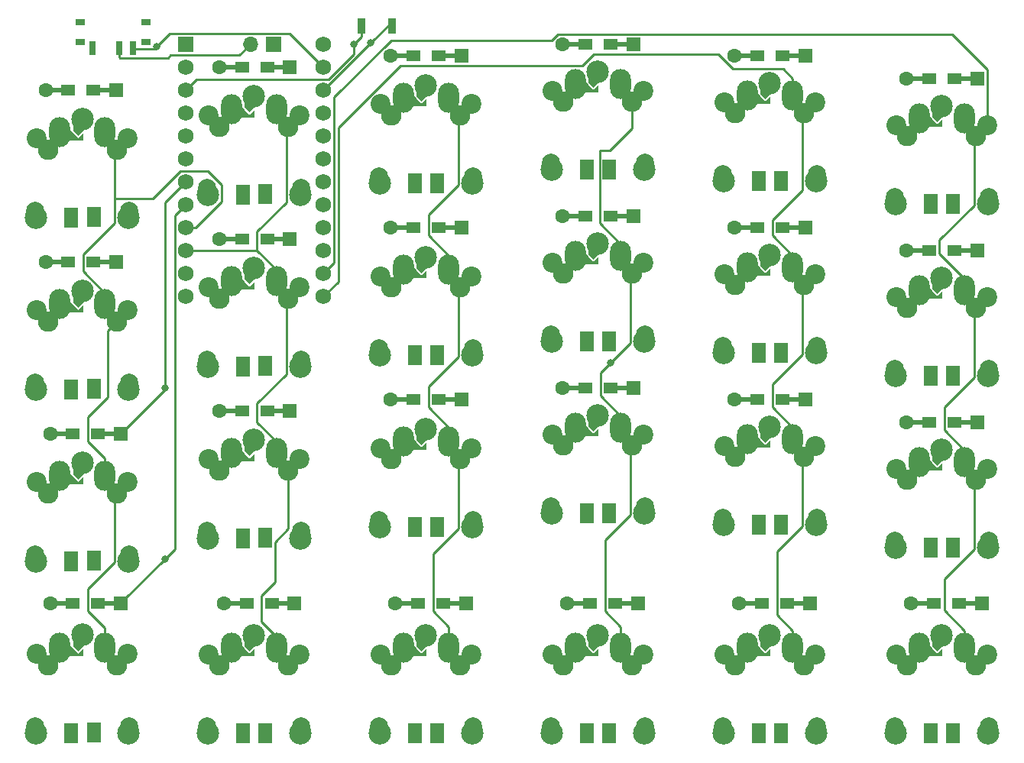
<source format=gbr>
G04 #@! TF.GenerationSoftware,KiCad,Pcbnew,5.1.9*
G04 #@! TF.CreationDate,2021-01-09T23:33:15-06:00*
G04 #@! TF.ProjectId,halfboard,68616c66-626f-4617-9264-2e6b69636164,rev?*
G04 #@! TF.SameCoordinates,Original*
G04 #@! TF.FileFunction,Copper,L2,Bot*
G04 #@! TF.FilePolarity,Positive*
%FSLAX46Y46*%
G04 Gerber Fmt 4.6, Leading zero omitted, Abs format (unit mm)*
G04 Created by KiCad (PCBNEW 5.1.9) date 2021-01-09 23:33:15*
%MOMM*%
%LPD*%
G01*
G04 APERTURE LIST*
G04 #@! TA.AperFunction,EtchedComponent*
%ADD10C,0.100000*%
G04 #@! TD*
G04 #@! TA.AperFunction,ComponentPad*
%ADD11C,2.000000*%
G04 #@! TD*
G04 #@! TA.AperFunction,ComponentPad*
%ADD12R,1.500000X2.300000*%
G04 #@! TD*
G04 #@! TA.AperFunction,ComponentPad*
%ADD13O,2.300000X3.337000*%
G04 #@! TD*
G04 #@! TA.AperFunction,ComponentPad*
%ADD14C,2.286000*%
G04 #@! TD*
G04 #@! TA.AperFunction,ComponentPad*
%ADD15C,2.500000*%
G04 #@! TD*
G04 #@! TA.AperFunction,ComponentPad*
%ADD16C,2.200000*%
G04 #@! TD*
G04 #@! TA.AperFunction,ComponentPad*
%ADD17R,1.752600X1.752600*%
G04 #@! TD*
G04 #@! TA.AperFunction,ComponentPad*
%ADD18C,1.752600*%
G04 #@! TD*
G04 #@! TA.AperFunction,ComponentPad*
%ADD19O,1.700000X1.700000*%
G04 #@! TD*
G04 #@! TA.AperFunction,ComponentPad*
%ADD20R,1.700000X1.700000*%
G04 #@! TD*
G04 #@! TA.AperFunction,SMDPad,CuDef*
%ADD21R,0.700000X1.500000*%
G04 #@! TD*
G04 #@! TA.AperFunction,SMDPad,CuDef*
%ADD22R,1.000000X0.800000*%
G04 #@! TD*
G04 #@! TA.AperFunction,SMDPad,CuDef*
%ADD23R,0.900000X1.700000*%
G04 #@! TD*
G04 #@! TA.AperFunction,ComponentPad*
%ADD24R,1.600000X1.600000*%
G04 #@! TD*
G04 #@! TA.AperFunction,ComponentPad*
%ADD25C,1.600000*%
G04 #@! TD*
G04 #@! TA.AperFunction,SMDPad,CuDef*
%ADD26R,2.900000X0.500000*%
G04 #@! TD*
G04 #@! TA.AperFunction,SMDPad,CuDef*
%ADD27R,1.600000X1.200000*%
G04 #@! TD*
G04 #@! TA.AperFunction,ViaPad*
%ADD28C,0.800000*%
G04 #@! TD*
G04 #@! TA.AperFunction,Conductor*
%ADD29C,0.250000*%
G04 #@! TD*
G04 APERTURE END LIST*
D10*
G04 #@! TO.C,REF\u002A\u002A*
G36*
X46565800Y-57815480D02*
G01*
X48674000Y-59923680D01*
X49182000Y-59415680D01*
X49182000Y-60121800D01*
X46565800Y-60121800D01*
X46565800Y-57815480D01*
G37*
X46565800Y-57815480D02*
X48674000Y-59923680D01*
X49182000Y-59415680D01*
X49182000Y-60121800D01*
X46565800Y-60121800D01*
X46565800Y-57815480D01*
G36*
X49588400Y-58267600D02*
G01*
X49182000Y-58674000D01*
X49182000Y-59055000D01*
X48674000Y-59563000D01*
X48166000Y-59055000D01*
X48166000Y-58039000D01*
X48470800Y-57734200D01*
X49588400Y-57734200D01*
X49588400Y-58267600D01*
G37*
X49588400Y-58267600D02*
X49182000Y-58674000D01*
X49182000Y-59055000D01*
X48674000Y-59563000D01*
X48166000Y-59055000D01*
X48166000Y-58039000D01*
X48470800Y-57734200D01*
X49588400Y-57734200D01*
X49588400Y-58267600D01*
G04 #@! TO.C, *
G36*
X141814103Y-56321210D02*
G01*
X143922303Y-58429410D01*
X144430303Y-57921410D01*
X144430303Y-58627530D01*
X141814103Y-58627530D01*
X141814103Y-56321210D01*
G37*
X141814103Y-56321210D02*
X143922303Y-58429410D01*
X144430303Y-57921410D01*
X144430303Y-58627530D01*
X141814103Y-58627530D01*
X141814103Y-56321210D01*
G36*
X144836703Y-56773330D02*
G01*
X144430303Y-57179730D01*
X144430303Y-57560730D01*
X143922303Y-58068730D01*
X143414303Y-57560730D01*
X143414303Y-56544730D01*
X143719103Y-56239930D01*
X144836703Y-56239930D01*
X144836703Y-56773330D01*
G37*
X144836703Y-56773330D02*
X144430303Y-57179730D01*
X144430303Y-57560730D01*
X143922303Y-58068730D01*
X143414303Y-57560730D01*
X143414303Y-56544730D01*
X143719103Y-56239930D01*
X144836703Y-56239930D01*
X144836703Y-56773330D01*
G36*
X141814103Y-75371210D02*
G01*
X143922303Y-77479410D01*
X144430303Y-76971410D01*
X144430303Y-77677530D01*
X141814103Y-77677530D01*
X141814103Y-75371210D01*
G37*
X141814103Y-75371210D02*
X143922303Y-77479410D01*
X144430303Y-76971410D01*
X144430303Y-77677530D01*
X141814103Y-77677530D01*
X141814103Y-75371210D01*
G36*
X144836703Y-75823330D02*
G01*
X144430303Y-76229730D01*
X144430303Y-76610730D01*
X143922303Y-77118730D01*
X143414303Y-76610730D01*
X143414303Y-75594730D01*
X143719103Y-75289930D01*
X144836703Y-75289930D01*
X144836703Y-75823330D01*
G37*
X144836703Y-75823330D02*
X144430303Y-76229730D01*
X144430303Y-76610730D01*
X143922303Y-77118730D01*
X143414303Y-76610730D01*
X143414303Y-75594730D01*
X143719103Y-75289930D01*
X144836703Y-75289930D01*
X144836703Y-75823330D01*
G36*
X141814103Y-94421210D02*
G01*
X143922303Y-96529410D01*
X144430303Y-96021410D01*
X144430303Y-96727530D01*
X141814103Y-96727530D01*
X141814103Y-94421210D01*
G37*
X141814103Y-94421210D02*
X143922303Y-96529410D01*
X144430303Y-96021410D01*
X144430303Y-96727530D01*
X141814103Y-96727530D01*
X141814103Y-94421210D01*
G36*
X144836703Y-94873330D02*
G01*
X144430303Y-95279730D01*
X144430303Y-95660730D01*
X143922303Y-96168730D01*
X143414303Y-95660730D01*
X143414303Y-94644730D01*
X143719103Y-94339930D01*
X144836703Y-94339930D01*
X144836703Y-94873330D01*
G37*
X144836703Y-94873330D02*
X144430303Y-95279730D01*
X144430303Y-95660730D01*
X143922303Y-96168730D01*
X143414303Y-95660730D01*
X143414303Y-94644730D01*
X143719103Y-94339930D01*
X144836703Y-94339930D01*
X144836703Y-94873330D01*
G36*
X141814103Y-114995210D02*
G01*
X143922303Y-117103410D01*
X144430303Y-116595410D01*
X144430303Y-117301530D01*
X141814103Y-117301530D01*
X141814103Y-114995210D01*
G37*
X141814103Y-114995210D02*
X143922303Y-117103410D01*
X144430303Y-116595410D01*
X144430303Y-117301530D01*
X141814103Y-117301530D01*
X141814103Y-114995210D01*
G36*
X144836703Y-115447330D02*
G01*
X144430303Y-115853730D01*
X144430303Y-116234730D01*
X143922303Y-116742730D01*
X143414303Y-116234730D01*
X143414303Y-115218730D01*
X143719103Y-114913930D01*
X144836703Y-114913930D01*
X144836703Y-115447330D01*
G37*
X144836703Y-115447330D02*
X144430303Y-115853730D01*
X144430303Y-116234730D01*
X143922303Y-116742730D01*
X143414303Y-116234730D01*
X143414303Y-115218730D01*
X143719103Y-114913930D01*
X144836703Y-114913930D01*
X144836703Y-115447330D01*
G36*
X122764103Y-114995210D02*
G01*
X124872303Y-117103410D01*
X125380303Y-116595410D01*
X125380303Y-117301530D01*
X122764103Y-117301530D01*
X122764103Y-114995210D01*
G37*
X122764103Y-114995210D02*
X124872303Y-117103410D01*
X125380303Y-116595410D01*
X125380303Y-117301530D01*
X122764103Y-117301530D01*
X122764103Y-114995210D01*
G36*
X125786703Y-115447330D02*
G01*
X125380303Y-115853730D01*
X125380303Y-116234730D01*
X124872303Y-116742730D01*
X124364303Y-116234730D01*
X124364303Y-115218730D01*
X124669103Y-114913930D01*
X125786703Y-114913930D01*
X125786703Y-115447330D01*
G37*
X125786703Y-115447330D02*
X125380303Y-115853730D01*
X125380303Y-116234730D01*
X124872303Y-116742730D01*
X124364303Y-116234730D01*
X124364303Y-115218730D01*
X124669103Y-114913930D01*
X125786703Y-114913930D01*
X125786703Y-115447330D01*
G36*
X103714103Y-114995210D02*
G01*
X105822303Y-117103410D01*
X106330303Y-116595410D01*
X106330303Y-117301530D01*
X103714103Y-117301530D01*
X103714103Y-114995210D01*
G37*
X103714103Y-114995210D02*
X105822303Y-117103410D01*
X106330303Y-116595410D01*
X106330303Y-117301530D01*
X103714103Y-117301530D01*
X103714103Y-114995210D01*
G36*
X106736703Y-115447330D02*
G01*
X106330303Y-115853730D01*
X106330303Y-116234730D01*
X105822303Y-116742730D01*
X105314303Y-116234730D01*
X105314303Y-115218730D01*
X105619103Y-114913930D01*
X106736703Y-114913930D01*
X106736703Y-115447330D01*
G37*
X106736703Y-115447330D02*
X106330303Y-115853730D01*
X106330303Y-116234730D01*
X105822303Y-116742730D01*
X105314303Y-116234730D01*
X105314303Y-115218730D01*
X105619103Y-114913930D01*
X106736703Y-114913930D01*
X106736703Y-115447330D01*
G36*
X84664103Y-114995210D02*
G01*
X86772303Y-117103410D01*
X87280303Y-116595410D01*
X87280303Y-117301530D01*
X84664103Y-117301530D01*
X84664103Y-114995210D01*
G37*
X84664103Y-114995210D02*
X86772303Y-117103410D01*
X87280303Y-116595410D01*
X87280303Y-117301530D01*
X84664103Y-117301530D01*
X84664103Y-114995210D01*
G36*
X87686703Y-115447330D02*
G01*
X87280303Y-115853730D01*
X87280303Y-116234730D01*
X86772303Y-116742730D01*
X86264303Y-116234730D01*
X86264303Y-115218730D01*
X86569103Y-114913930D01*
X87686703Y-114913930D01*
X87686703Y-115447330D01*
G37*
X87686703Y-115447330D02*
X87280303Y-115853730D01*
X87280303Y-116234730D01*
X86772303Y-116742730D01*
X86264303Y-116234730D01*
X86264303Y-115218730D01*
X86569103Y-114913930D01*
X87686703Y-114913930D01*
X87686703Y-115447330D01*
G36*
X122764103Y-91881210D02*
G01*
X124872303Y-93989410D01*
X125380303Y-93481410D01*
X125380303Y-94187530D01*
X122764103Y-94187530D01*
X122764103Y-91881210D01*
G37*
X122764103Y-91881210D02*
X124872303Y-93989410D01*
X125380303Y-93481410D01*
X125380303Y-94187530D01*
X122764103Y-94187530D01*
X122764103Y-91881210D01*
G36*
X125786703Y-92333330D02*
G01*
X125380303Y-92739730D01*
X125380303Y-93120730D01*
X124872303Y-93628730D01*
X124364303Y-93120730D01*
X124364303Y-92104730D01*
X124669103Y-91799930D01*
X125786703Y-91799930D01*
X125786703Y-92333330D01*
G37*
X125786703Y-92333330D02*
X125380303Y-92739730D01*
X125380303Y-93120730D01*
X124872303Y-93628730D01*
X124364303Y-93120730D01*
X124364303Y-92104730D01*
X124669103Y-91799930D01*
X125786703Y-91799930D01*
X125786703Y-92333330D01*
G36*
X122764103Y-72831210D02*
G01*
X124872303Y-74939410D01*
X125380303Y-74431410D01*
X125380303Y-75137530D01*
X122764103Y-75137530D01*
X122764103Y-72831210D01*
G37*
X122764103Y-72831210D02*
X124872303Y-74939410D01*
X125380303Y-74431410D01*
X125380303Y-75137530D01*
X122764103Y-75137530D01*
X122764103Y-72831210D01*
G36*
X125786703Y-73283330D02*
G01*
X125380303Y-73689730D01*
X125380303Y-74070730D01*
X124872303Y-74578730D01*
X124364303Y-74070730D01*
X124364303Y-73054730D01*
X124669103Y-72749930D01*
X125786703Y-72749930D01*
X125786703Y-73283330D01*
G37*
X125786703Y-73283330D02*
X125380303Y-73689730D01*
X125380303Y-74070730D01*
X124872303Y-74578730D01*
X124364303Y-74070730D01*
X124364303Y-73054730D01*
X124669103Y-72749930D01*
X125786703Y-72749930D01*
X125786703Y-73283330D01*
G36*
X122764103Y-53781210D02*
G01*
X124872303Y-55889410D01*
X125380303Y-55381410D01*
X125380303Y-56087530D01*
X122764103Y-56087530D01*
X122764103Y-53781210D01*
G37*
X122764103Y-53781210D02*
X124872303Y-55889410D01*
X125380303Y-55381410D01*
X125380303Y-56087530D01*
X122764103Y-56087530D01*
X122764103Y-53781210D01*
G36*
X125786703Y-54233330D02*
G01*
X125380303Y-54639730D01*
X125380303Y-55020730D01*
X124872303Y-55528730D01*
X124364303Y-55020730D01*
X124364303Y-54004730D01*
X124669103Y-53699930D01*
X125786703Y-53699930D01*
X125786703Y-54233330D01*
G37*
X125786703Y-54233330D02*
X125380303Y-54639730D01*
X125380303Y-55020730D01*
X124872303Y-55528730D01*
X124364303Y-55020730D01*
X124364303Y-54004730D01*
X124669103Y-53699930D01*
X125786703Y-53699930D01*
X125786703Y-54233330D01*
G36*
X103714103Y-52511210D02*
G01*
X105822303Y-54619410D01*
X106330303Y-54111410D01*
X106330303Y-54817530D01*
X103714103Y-54817530D01*
X103714103Y-52511210D01*
G37*
X103714103Y-52511210D02*
X105822303Y-54619410D01*
X106330303Y-54111410D01*
X106330303Y-54817530D01*
X103714103Y-54817530D01*
X103714103Y-52511210D01*
G36*
X106736703Y-52963330D02*
G01*
X106330303Y-53369730D01*
X106330303Y-53750730D01*
X105822303Y-54258730D01*
X105314303Y-53750730D01*
X105314303Y-52734730D01*
X105619103Y-52429930D01*
X106736703Y-52429930D01*
X106736703Y-52963330D01*
G37*
X106736703Y-52963330D02*
X106330303Y-53369730D01*
X106330303Y-53750730D01*
X105822303Y-54258730D01*
X105314303Y-53750730D01*
X105314303Y-52734730D01*
X105619103Y-52429930D01*
X106736703Y-52429930D01*
X106736703Y-52963330D01*
G36*
X103714103Y-71561210D02*
G01*
X105822303Y-73669410D01*
X106330303Y-73161410D01*
X106330303Y-73867530D01*
X103714103Y-73867530D01*
X103714103Y-71561210D01*
G37*
X103714103Y-71561210D02*
X105822303Y-73669410D01*
X106330303Y-73161410D01*
X106330303Y-73867530D01*
X103714103Y-73867530D01*
X103714103Y-71561210D01*
G36*
X106736703Y-72013330D02*
G01*
X106330303Y-72419730D01*
X106330303Y-72800730D01*
X105822303Y-73308730D01*
X105314303Y-72800730D01*
X105314303Y-71784730D01*
X105619103Y-71479930D01*
X106736703Y-71479930D01*
X106736703Y-72013330D01*
G37*
X106736703Y-72013330D02*
X106330303Y-72419730D01*
X106330303Y-72800730D01*
X105822303Y-73308730D01*
X105314303Y-72800730D01*
X105314303Y-71784730D01*
X105619103Y-71479930D01*
X106736703Y-71479930D01*
X106736703Y-72013330D01*
G36*
X103714103Y-90611210D02*
G01*
X105822303Y-92719410D01*
X106330303Y-92211410D01*
X106330303Y-92917530D01*
X103714103Y-92917530D01*
X103714103Y-90611210D01*
G37*
X103714103Y-90611210D02*
X105822303Y-92719410D01*
X106330303Y-92211410D01*
X106330303Y-92917530D01*
X103714103Y-92917530D01*
X103714103Y-90611210D01*
G36*
X106736703Y-91063330D02*
G01*
X106330303Y-91469730D01*
X106330303Y-91850730D01*
X105822303Y-92358730D01*
X105314303Y-91850730D01*
X105314303Y-90834730D01*
X105619103Y-90529930D01*
X106736703Y-90529930D01*
X106736703Y-91063330D01*
G37*
X106736703Y-91063330D02*
X106330303Y-91469730D01*
X106330303Y-91850730D01*
X105822303Y-92358730D01*
X105314303Y-91850730D01*
X105314303Y-90834730D01*
X105619103Y-90529930D01*
X106736703Y-90529930D01*
X106736703Y-91063330D01*
G36*
X84664103Y-92135210D02*
G01*
X86772303Y-94243410D01*
X87280303Y-93735410D01*
X87280303Y-94441530D01*
X84664103Y-94441530D01*
X84664103Y-92135210D01*
G37*
X84664103Y-92135210D02*
X86772303Y-94243410D01*
X87280303Y-93735410D01*
X87280303Y-94441530D01*
X84664103Y-94441530D01*
X84664103Y-92135210D01*
G36*
X87686703Y-92587330D02*
G01*
X87280303Y-92993730D01*
X87280303Y-93374730D01*
X86772303Y-93882730D01*
X86264303Y-93374730D01*
X86264303Y-92358730D01*
X86569103Y-92053930D01*
X87686703Y-92053930D01*
X87686703Y-92587330D01*
G37*
X87686703Y-92587330D02*
X87280303Y-92993730D01*
X87280303Y-93374730D01*
X86772303Y-93882730D01*
X86264303Y-93374730D01*
X86264303Y-92358730D01*
X86569103Y-92053930D01*
X87686703Y-92053930D01*
X87686703Y-92587330D01*
G36*
X84664103Y-73085210D02*
G01*
X86772303Y-75193410D01*
X87280303Y-74685410D01*
X87280303Y-75391530D01*
X84664103Y-75391530D01*
X84664103Y-73085210D01*
G37*
X84664103Y-73085210D02*
X86772303Y-75193410D01*
X87280303Y-74685410D01*
X87280303Y-75391530D01*
X84664103Y-75391530D01*
X84664103Y-73085210D01*
G36*
X87686703Y-73537330D02*
G01*
X87280303Y-73943730D01*
X87280303Y-74324730D01*
X86772303Y-74832730D01*
X86264303Y-74324730D01*
X86264303Y-73308730D01*
X86569103Y-73003930D01*
X87686703Y-73003930D01*
X87686703Y-73537330D01*
G37*
X87686703Y-73537330D02*
X87280303Y-73943730D01*
X87280303Y-74324730D01*
X86772303Y-74832730D01*
X86264303Y-74324730D01*
X86264303Y-73308730D01*
X86569103Y-73003930D01*
X87686703Y-73003930D01*
X87686703Y-73537330D01*
G36*
X84664103Y-54031210D02*
G01*
X86772303Y-56139410D01*
X87280303Y-55631410D01*
X87280303Y-56337530D01*
X84664103Y-56337530D01*
X84664103Y-54031210D01*
G37*
X84664103Y-54031210D02*
X86772303Y-56139410D01*
X87280303Y-55631410D01*
X87280303Y-56337530D01*
X84664103Y-56337530D01*
X84664103Y-54031210D01*
G36*
X87686703Y-54483330D02*
G01*
X87280303Y-54889730D01*
X87280303Y-55270730D01*
X86772303Y-55778730D01*
X86264303Y-55270730D01*
X86264303Y-54254730D01*
X86569103Y-53949930D01*
X87686703Y-53949930D01*
X87686703Y-54483330D01*
G37*
X87686703Y-54483330D02*
X87280303Y-54889730D01*
X87280303Y-55270730D01*
X86772303Y-55778730D01*
X86264303Y-55270730D01*
X86264303Y-54254730D01*
X86569103Y-53949930D01*
X87686703Y-53949930D01*
X87686703Y-54483330D01*
G36*
X65611031Y-55265210D02*
G01*
X67719231Y-57373410D01*
X68227231Y-56865410D01*
X68227231Y-57571530D01*
X65611031Y-57571530D01*
X65611031Y-55265210D01*
G37*
X65611031Y-55265210D02*
X67719231Y-57373410D01*
X68227231Y-56865410D01*
X68227231Y-57571530D01*
X65611031Y-57571530D01*
X65611031Y-55265210D01*
G36*
X68633631Y-55717330D02*
G01*
X68227231Y-56123730D01*
X68227231Y-56504730D01*
X67719231Y-57012730D01*
X67211231Y-56504730D01*
X67211231Y-55488730D01*
X67516031Y-55183930D01*
X68633631Y-55183930D01*
X68633631Y-55717330D01*
G37*
X68633631Y-55717330D02*
X68227231Y-56123730D01*
X68227231Y-56504730D01*
X67719231Y-57012730D01*
X67211231Y-56504730D01*
X67211231Y-55488730D01*
X67516031Y-55183930D01*
X68633631Y-55183930D01*
X68633631Y-55717330D01*
G36*
X65611031Y-74313309D02*
G01*
X67719231Y-76421509D01*
X68227231Y-75913509D01*
X68227231Y-76619629D01*
X65611031Y-76619629D01*
X65611031Y-74313309D01*
G37*
X65611031Y-74313309D02*
X67719231Y-76421509D01*
X68227231Y-75913509D01*
X68227231Y-76619629D01*
X65611031Y-76619629D01*
X65611031Y-74313309D01*
G36*
X68633631Y-74765429D02*
G01*
X68227231Y-75171829D01*
X68227231Y-75552829D01*
X67719231Y-76060829D01*
X67211231Y-75552829D01*
X67211231Y-74536829D01*
X67516031Y-74232029D01*
X68633631Y-74232029D01*
X68633631Y-74765429D01*
G37*
X68633631Y-74765429D02*
X68227231Y-75171829D01*
X68227231Y-75552829D01*
X67719231Y-76060829D01*
X67211231Y-75552829D01*
X67211231Y-74536829D01*
X67516031Y-74232029D01*
X68633631Y-74232029D01*
X68633631Y-74765429D01*
G36*
X65611031Y-93361710D02*
G01*
X67719231Y-95469910D01*
X68227231Y-94961910D01*
X68227231Y-95668030D01*
X65611031Y-95668030D01*
X65611031Y-93361710D01*
G37*
X65611031Y-93361710D02*
X67719231Y-95469910D01*
X68227231Y-94961910D01*
X68227231Y-95668030D01*
X65611031Y-95668030D01*
X65611031Y-93361710D01*
G36*
X68633631Y-93813830D02*
G01*
X68227231Y-94220230D01*
X68227231Y-94601230D01*
X67719231Y-95109230D01*
X67211231Y-94601230D01*
X67211231Y-93585230D01*
X67516031Y-93280430D01*
X68633631Y-93280430D01*
X68633631Y-93813830D01*
G37*
X68633631Y-93813830D02*
X68227231Y-94220230D01*
X68227231Y-94601230D01*
X67719231Y-95109230D01*
X67211231Y-94601230D01*
X67211231Y-93585230D01*
X67516031Y-93280430D01*
X68633631Y-93280430D01*
X68633631Y-93813830D01*
G36*
X65611031Y-114995210D02*
G01*
X67719231Y-117103410D01*
X68227231Y-116595410D01*
X68227231Y-117301530D01*
X65611031Y-117301530D01*
X65611031Y-114995210D01*
G37*
X65611031Y-114995210D02*
X67719231Y-117103410D01*
X68227231Y-116595410D01*
X68227231Y-117301530D01*
X65611031Y-117301530D01*
X65611031Y-114995210D01*
G36*
X68633631Y-115447330D02*
G01*
X68227231Y-115853730D01*
X68227231Y-116234730D01*
X67719231Y-116742730D01*
X67211231Y-116234730D01*
X67211231Y-115218730D01*
X67516031Y-114913930D01*
X68633631Y-114913930D01*
X68633631Y-115447330D01*
G37*
X68633631Y-115447330D02*
X68227231Y-115853730D01*
X68227231Y-116234730D01*
X67719231Y-116742730D01*
X67211231Y-116234730D01*
X67211231Y-115218730D01*
X67516031Y-114913930D01*
X68633631Y-114913930D01*
X68633631Y-115447330D01*
G36*
X46565800Y-114965480D02*
G01*
X48674000Y-117073680D01*
X49182000Y-116565680D01*
X49182000Y-117271800D01*
X46565800Y-117271800D01*
X46565800Y-114965480D01*
G37*
X46565800Y-114965480D02*
X48674000Y-117073680D01*
X49182000Y-116565680D01*
X49182000Y-117271800D01*
X46565800Y-117271800D01*
X46565800Y-114965480D01*
G36*
X49588400Y-115417600D02*
G01*
X49182000Y-115824000D01*
X49182000Y-116205000D01*
X48674000Y-116713000D01*
X48166000Y-116205000D01*
X48166000Y-115189000D01*
X48470800Y-114884200D01*
X49588400Y-114884200D01*
X49588400Y-115417600D01*
G37*
X49588400Y-115417600D02*
X49182000Y-115824000D01*
X49182000Y-116205000D01*
X48674000Y-116713000D01*
X48166000Y-116205000D01*
X48166000Y-115189000D01*
X48470800Y-114884200D01*
X49588400Y-114884200D01*
X49588400Y-115417600D01*
G36*
X46565800Y-95915480D02*
G01*
X48674000Y-98023680D01*
X49182000Y-97515680D01*
X49182000Y-98221800D01*
X46565800Y-98221800D01*
X46565800Y-95915480D01*
G37*
X46565800Y-95915480D02*
X48674000Y-98023680D01*
X49182000Y-97515680D01*
X49182000Y-98221800D01*
X46565800Y-98221800D01*
X46565800Y-95915480D01*
G36*
X49588400Y-96367600D02*
G01*
X49182000Y-96774000D01*
X49182000Y-97155000D01*
X48674000Y-97663000D01*
X48166000Y-97155000D01*
X48166000Y-96139000D01*
X48470800Y-95834200D01*
X49588400Y-95834200D01*
X49588400Y-96367600D01*
G37*
X49588400Y-96367600D02*
X49182000Y-96774000D01*
X49182000Y-97155000D01*
X48674000Y-97663000D01*
X48166000Y-97155000D01*
X48166000Y-96139000D01*
X48470800Y-95834200D01*
X49588400Y-95834200D01*
X49588400Y-96367600D01*
G36*
X46565800Y-76865480D02*
G01*
X48674000Y-78973680D01*
X49182000Y-78465680D01*
X49182000Y-79171800D01*
X46565800Y-79171800D01*
X46565800Y-76865480D01*
G37*
X46565800Y-76865480D02*
X48674000Y-78973680D01*
X49182000Y-78465680D01*
X49182000Y-79171800D01*
X46565800Y-79171800D01*
X46565800Y-76865480D01*
G36*
X49588400Y-77317600D02*
G01*
X49182000Y-77724000D01*
X49182000Y-78105000D01*
X48674000Y-78613000D01*
X48166000Y-78105000D01*
X48166000Y-77089000D01*
X48470800Y-76784200D01*
X49588400Y-76784200D01*
X49588400Y-77317600D01*
G37*
X49588400Y-77317600D02*
X49182000Y-77724000D01*
X49182000Y-78105000D01*
X48674000Y-78613000D01*
X48166000Y-78105000D01*
X48166000Y-77089000D01*
X48470800Y-76784200D01*
X49588400Y-76784200D01*
X49588400Y-77317600D01*
G04 #@! TD*
D11*
G04 #@! TO.P,REF\u002A\u002A,*
G04 #@! TO.N,*
X54402000Y-67954000D03*
X43962000Y-67954000D03*
D12*
G04 #@! TO.P,REF\u002A\u002A,4*
G04 #@! TO.N,N/C*
X50452000Y-68684000D03*
G04 #@! TO.P,REF\u002A\u002A,3*
X47952000Y-68734000D03*
D13*
G04 #@! TO.P,REF\u002A\u002A,1*
G04 #@! TO.N,col0*
X51702000Y-59254000D03*
G04 #@! TO.P,REF\u002A\u002A,2*
G04 #@! TO.N,col0_row0*
X46662000Y-59254000D03*
D14*
G04 #@! TO.P,REF\u002A\u002A,1*
G04 #@! TO.N,col0*
X52992000Y-61214000D03*
G04 #@! TO.P,REF\u002A\u002A,2*
G04 #@! TO.N,col0_row0*
X45372000Y-61214000D03*
D15*
G04 #@! TO.P,REF\u002A\u002A,*
G04 #@! TO.N,*
X54332000Y-68754000D03*
D16*
G04 #@! TO.P,REF\u002A\u002A,2*
G04 #@! TO.N,col0_row0*
X44182000Y-59954000D03*
D15*
G04 #@! TO.P,REF\u002A\u002A,*
G04 #@! TO.N,*
X44032000Y-68754000D03*
G04 #@! TO.P,REF\u002A\u002A,5*
G04 #@! TO.N,N/C*
X49182000Y-57854000D03*
D16*
G04 #@! TO.P,REF\u002A\u002A,1*
G04 #@! TO.N,col0*
X54182000Y-59954000D03*
G04 #@! TD*
D11*
G04 #@! TO.P, ,*
G04 #@! TO.N,*
X149650303Y-66459730D03*
X139210303Y-66459730D03*
D12*
G04 #@! TO.P, ,4*
G04 #@! TO.N,N/C*
X145700303Y-67189730D03*
G04 #@! TO.P, ,3*
X143200303Y-67239730D03*
D13*
G04 #@! TO.P, ,1*
G04 #@! TO.N,col5*
X146950303Y-57759730D03*
G04 #@! TO.P, ,2*
G04 #@! TO.N,col5_row0*
X141910303Y-57759730D03*
D14*
G04 #@! TO.P, ,1*
G04 #@! TO.N,col5*
X148240303Y-59719730D03*
G04 #@! TO.P, ,2*
G04 #@! TO.N,col5_row0*
X140620303Y-59719730D03*
D15*
G04 #@! TO.P, ,*
G04 #@! TO.N,*
X149580303Y-67259730D03*
D16*
G04 #@! TO.P, ,2*
G04 #@! TO.N,col5_row0*
X139430303Y-58459730D03*
D15*
G04 #@! TO.P, ,*
G04 #@! TO.N,*
X139280303Y-67259730D03*
G04 #@! TO.P, ,5*
G04 #@! TO.N,N/C*
X144430303Y-56359730D03*
D16*
G04 #@! TO.P, ,1*
G04 #@! TO.N,col5*
X149430303Y-58459730D03*
G04 #@! TD*
D11*
G04 #@! TO.P, ,*
G04 #@! TO.N,*
X149650303Y-85509730D03*
X139210303Y-85509730D03*
D12*
G04 #@! TO.P, ,4*
G04 #@! TO.N,N/C*
X145700303Y-86239730D03*
G04 #@! TO.P, ,3*
X143200303Y-86289730D03*
D13*
G04 #@! TO.P, ,1*
G04 #@! TO.N,col5*
X146950303Y-76809730D03*
G04 #@! TO.P, ,2*
G04 #@! TO.N,col5_row1*
X141910303Y-76809730D03*
D14*
G04 #@! TO.P, ,1*
G04 #@! TO.N,col5*
X148240303Y-78769730D03*
G04 #@! TO.P, ,2*
G04 #@! TO.N,col5_row1*
X140620303Y-78769730D03*
D15*
G04 #@! TO.P, ,*
G04 #@! TO.N,*
X149580303Y-86309730D03*
D16*
G04 #@! TO.P, ,2*
G04 #@! TO.N,col5_row1*
X139430303Y-77509730D03*
D15*
G04 #@! TO.P, ,*
G04 #@! TO.N,*
X139280303Y-86309730D03*
G04 #@! TO.P, ,5*
G04 #@! TO.N,N/C*
X144430303Y-75409730D03*
D16*
G04 #@! TO.P, ,1*
G04 #@! TO.N,col5*
X149430303Y-77509730D03*
G04 #@! TD*
D11*
G04 #@! TO.P, ,*
G04 #@! TO.N,*
X149650303Y-104559730D03*
X139210303Y-104559730D03*
D12*
G04 #@! TO.P, ,4*
G04 #@! TO.N,N/C*
X145700303Y-105289730D03*
G04 #@! TO.P, ,3*
X143200303Y-105339730D03*
D13*
G04 #@! TO.P, ,1*
G04 #@! TO.N,col5*
X146950303Y-95859730D03*
G04 #@! TO.P, ,2*
G04 #@! TO.N,col5_row2*
X141910303Y-95859730D03*
D14*
G04 #@! TO.P, ,1*
G04 #@! TO.N,col5*
X148240303Y-97819730D03*
G04 #@! TO.P, ,2*
G04 #@! TO.N,col5_row2*
X140620303Y-97819730D03*
D15*
G04 #@! TO.P, ,*
G04 #@! TO.N,*
X149580303Y-105359730D03*
D16*
G04 #@! TO.P, ,2*
G04 #@! TO.N,col5_row2*
X139430303Y-96559730D03*
D15*
G04 #@! TO.P, ,*
G04 #@! TO.N,*
X139280303Y-105359730D03*
G04 #@! TO.P, ,5*
G04 #@! TO.N,N/C*
X144430303Y-94459730D03*
D16*
G04 #@! TO.P, ,1*
G04 #@! TO.N,col5*
X149430303Y-96559730D03*
G04 #@! TD*
D11*
G04 #@! TO.P, ,*
G04 #@! TO.N,*
X149650303Y-125133730D03*
X139210303Y-125133730D03*
D12*
G04 #@! TO.P, ,4*
G04 #@! TO.N,N/C*
X145700303Y-125863730D03*
G04 #@! TO.P, ,3*
X143200303Y-125913730D03*
D13*
G04 #@! TO.P, ,1*
G04 #@! TO.N,col5*
X146950303Y-116433730D03*
G04 #@! TO.P, ,2*
G04 #@! TO.N,col5_row3*
X141910303Y-116433730D03*
D14*
G04 #@! TO.P, ,1*
G04 #@! TO.N,col5*
X148240303Y-118393730D03*
G04 #@! TO.P, ,2*
G04 #@! TO.N,col5_row3*
X140620303Y-118393730D03*
D15*
G04 #@! TO.P, ,*
G04 #@! TO.N,*
X149580303Y-125933730D03*
D16*
G04 #@! TO.P, ,2*
G04 #@! TO.N,col5_row3*
X139430303Y-117133730D03*
D15*
G04 #@! TO.P, ,*
G04 #@! TO.N,*
X139280303Y-125933730D03*
G04 #@! TO.P, ,5*
G04 #@! TO.N,N/C*
X144430303Y-115033730D03*
D16*
G04 #@! TO.P, ,1*
G04 #@! TO.N,col5*
X149430303Y-117133730D03*
G04 #@! TD*
D11*
G04 #@! TO.P, ,*
G04 #@! TO.N,*
X130600303Y-125133730D03*
X120160303Y-125133730D03*
D12*
G04 #@! TO.P, ,4*
G04 #@! TO.N,N/C*
X126650303Y-125863730D03*
G04 #@! TO.P, ,3*
X124150303Y-125913730D03*
D13*
G04 #@! TO.P, ,1*
G04 #@! TO.N,col4*
X127900303Y-116433730D03*
G04 #@! TO.P, ,2*
G04 #@! TO.N,col4_row3*
X122860303Y-116433730D03*
D14*
G04 #@! TO.P, ,1*
G04 #@! TO.N,col4*
X129190303Y-118393730D03*
G04 #@! TO.P, ,2*
G04 #@! TO.N,col4_row3*
X121570303Y-118393730D03*
D15*
G04 #@! TO.P, ,*
G04 #@! TO.N,*
X130530303Y-125933730D03*
D16*
G04 #@! TO.P, ,2*
G04 #@! TO.N,col4_row3*
X120380303Y-117133730D03*
D15*
G04 #@! TO.P, ,*
G04 #@! TO.N,*
X120230303Y-125933730D03*
G04 #@! TO.P, ,5*
G04 #@! TO.N,N/C*
X125380303Y-115033730D03*
D16*
G04 #@! TO.P, ,1*
G04 #@! TO.N,col4*
X130380303Y-117133730D03*
G04 #@! TD*
D11*
G04 #@! TO.P, ,*
G04 #@! TO.N,*
X111550303Y-125133730D03*
X101110303Y-125133730D03*
D12*
G04 #@! TO.P, ,4*
G04 #@! TO.N,N/C*
X107600303Y-125863730D03*
G04 #@! TO.P, ,3*
X105100303Y-125913730D03*
D13*
G04 #@! TO.P, ,1*
G04 #@! TO.N,col3*
X108850303Y-116433730D03*
G04 #@! TO.P, ,2*
G04 #@! TO.N,col3_row3*
X103810303Y-116433730D03*
D14*
G04 #@! TO.P, ,1*
G04 #@! TO.N,col3*
X110140303Y-118393730D03*
G04 #@! TO.P, ,2*
G04 #@! TO.N,col3_row3*
X102520303Y-118393730D03*
D15*
G04 #@! TO.P, ,*
G04 #@! TO.N,*
X111480303Y-125933730D03*
D16*
G04 #@! TO.P, ,2*
G04 #@! TO.N,col3_row3*
X101330303Y-117133730D03*
D15*
G04 #@! TO.P, ,*
G04 #@! TO.N,*
X101180303Y-125933730D03*
G04 #@! TO.P, ,5*
G04 #@! TO.N,N/C*
X106330303Y-115033730D03*
D16*
G04 #@! TO.P, ,1*
G04 #@! TO.N,col3*
X111330303Y-117133730D03*
G04 #@! TD*
D11*
G04 #@! TO.P, ,*
G04 #@! TO.N,*
X92500303Y-125133730D03*
X82060303Y-125133730D03*
D12*
G04 #@! TO.P, ,4*
G04 #@! TO.N,N/C*
X88550303Y-125863730D03*
G04 #@! TO.P, ,3*
X86050303Y-125913730D03*
D13*
G04 #@! TO.P, ,1*
G04 #@! TO.N,col2*
X89800303Y-116433730D03*
G04 #@! TO.P, ,2*
G04 #@! TO.N,col2_row3*
X84760303Y-116433730D03*
D14*
G04 #@! TO.P, ,1*
G04 #@! TO.N,col2*
X91090303Y-118393730D03*
G04 #@! TO.P, ,2*
G04 #@! TO.N,col2_row3*
X83470303Y-118393730D03*
D15*
G04 #@! TO.P, ,*
G04 #@! TO.N,*
X92430303Y-125933730D03*
D16*
G04 #@! TO.P, ,2*
G04 #@! TO.N,col2_row3*
X82280303Y-117133730D03*
D15*
G04 #@! TO.P, ,*
G04 #@! TO.N,*
X82130303Y-125933730D03*
G04 #@! TO.P, ,5*
G04 #@! TO.N,N/C*
X87280303Y-115033730D03*
D16*
G04 #@! TO.P, ,1*
G04 #@! TO.N,col2*
X92280303Y-117133730D03*
G04 #@! TD*
D11*
G04 #@! TO.P, ,*
G04 #@! TO.N,*
X130600303Y-102019730D03*
X120160303Y-102019730D03*
D12*
G04 #@! TO.P, ,4*
G04 #@! TO.N,N/C*
X126650303Y-102749730D03*
G04 #@! TO.P, ,3*
X124150303Y-102799730D03*
D13*
G04 #@! TO.P, ,1*
G04 #@! TO.N,col4*
X127900303Y-93319730D03*
G04 #@! TO.P, ,2*
G04 #@! TO.N,col4_row2*
X122860303Y-93319730D03*
D14*
G04 #@! TO.P, ,1*
G04 #@! TO.N,col4*
X129190303Y-95279730D03*
G04 #@! TO.P, ,2*
G04 #@! TO.N,col4_row2*
X121570303Y-95279730D03*
D15*
G04 #@! TO.P, ,*
G04 #@! TO.N,*
X130530303Y-102819730D03*
D16*
G04 #@! TO.P, ,2*
G04 #@! TO.N,col4_row2*
X120380303Y-94019730D03*
D15*
G04 #@! TO.P, ,*
G04 #@! TO.N,*
X120230303Y-102819730D03*
G04 #@! TO.P, ,5*
G04 #@! TO.N,N/C*
X125380303Y-91919730D03*
D16*
G04 #@! TO.P, ,1*
G04 #@! TO.N,col4*
X130380303Y-94019730D03*
G04 #@! TD*
D11*
G04 #@! TO.P, ,*
G04 #@! TO.N,*
X130600303Y-82969730D03*
X120160303Y-82969730D03*
D12*
G04 #@! TO.P, ,4*
G04 #@! TO.N,N/C*
X126650303Y-83699730D03*
G04 #@! TO.P, ,3*
X124150303Y-83749730D03*
D13*
G04 #@! TO.P, ,1*
G04 #@! TO.N,col4*
X127900303Y-74269730D03*
G04 #@! TO.P, ,2*
G04 #@! TO.N,col4_row1*
X122860303Y-74269730D03*
D14*
G04 #@! TO.P, ,1*
G04 #@! TO.N,col4*
X129190303Y-76229730D03*
G04 #@! TO.P, ,2*
G04 #@! TO.N,col4_row1*
X121570303Y-76229730D03*
D15*
G04 #@! TO.P, ,*
G04 #@! TO.N,*
X130530303Y-83769730D03*
D16*
G04 #@! TO.P, ,2*
G04 #@! TO.N,col4_row1*
X120380303Y-74969730D03*
D15*
G04 #@! TO.P, ,*
G04 #@! TO.N,*
X120230303Y-83769730D03*
G04 #@! TO.P, ,5*
G04 #@! TO.N,N/C*
X125380303Y-72869730D03*
D16*
G04 #@! TO.P, ,1*
G04 #@! TO.N,col4*
X130380303Y-74969730D03*
G04 #@! TD*
D11*
G04 #@! TO.P, ,*
G04 #@! TO.N,*
X130600303Y-63919730D03*
X120160303Y-63919730D03*
D12*
G04 #@! TO.P, ,4*
G04 #@! TO.N,N/C*
X126650303Y-64649730D03*
G04 #@! TO.P, ,3*
X124150303Y-64699730D03*
D13*
G04 #@! TO.P, ,1*
G04 #@! TO.N,col4*
X127900303Y-55219730D03*
G04 #@! TO.P, ,2*
G04 #@! TO.N,col4_row0*
X122860303Y-55219730D03*
D14*
G04 #@! TO.P, ,1*
G04 #@! TO.N,col4*
X129190303Y-57179730D03*
G04 #@! TO.P, ,2*
G04 #@! TO.N,col4_row0*
X121570303Y-57179730D03*
D15*
G04 #@! TO.P, ,*
G04 #@! TO.N,*
X130530303Y-64719730D03*
D16*
G04 #@! TO.P, ,2*
G04 #@! TO.N,col4_row0*
X120380303Y-55919730D03*
D15*
G04 #@! TO.P, ,*
G04 #@! TO.N,*
X120230303Y-64719730D03*
G04 #@! TO.P, ,5*
G04 #@! TO.N,N/C*
X125380303Y-53819730D03*
D16*
G04 #@! TO.P, ,1*
G04 #@! TO.N,col4*
X130380303Y-55919730D03*
G04 #@! TD*
D11*
G04 #@! TO.P, ,*
G04 #@! TO.N,*
X111550303Y-62649730D03*
X101110303Y-62649730D03*
D12*
G04 #@! TO.P, ,4*
G04 #@! TO.N,N/C*
X107600303Y-63379730D03*
G04 #@! TO.P, ,3*
X105100303Y-63429730D03*
D13*
G04 #@! TO.P, ,1*
G04 #@! TO.N,col3*
X108850303Y-53949730D03*
G04 #@! TO.P, ,2*
G04 #@! TO.N,col3_row0*
X103810303Y-53949730D03*
D14*
G04 #@! TO.P, ,1*
G04 #@! TO.N,col3*
X110140303Y-55909730D03*
G04 #@! TO.P, ,2*
G04 #@! TO.N,col3_row0*
X102520303Y-55909730D03*
D15*
G04 #@! TO.P, ,*
G04 #@! TO.N,*
X111480303Y-63449730D03*
D16*
G04 #@! TO.P, ,2*
G04 #@! TO.N,col3_row0*
X101330303Y-54649730D03*
D15*
G04 #@! TO.P, ,*
G04 #@! TO.N,*
X101180303Y-63449730D03*
G04 #@! TO.P, ,5*
G04 #@! TO.N,N/C*
X106330303Y-52549730D03*
D16*
G04 #@! TO.P, ,1*
G04 #@! TO.N,col3*
X111330303Y-54649730D03*
G04 #@! TD*
D11*
G04 #@! TO.P, ,*
G04 #@! TO.N,*
X111550303Y-81699730D03*
X101110303Y-81699730D03*
D12*
G04 #@! TO.P, ,4*
G04 #@! TO.N,N/C*
X107600303Y-82429730D03*
G04 #@! TO.P, ,3*
X105100303Y-82479730D03*
D13*
G04 #@! TO.P, ,1*
G04 #@! TO.N,col3*
X108850303Y-72999730D03*
G04 #@! TO.P, ,2*
G04 #@! TO.N,col3_row1*
X103810303Y-72999730D03*
D14*
G04 #@! TO.P, ,1*
G04 #@! TO.N,col3*
X110140303Y-74959730D03*
G04 #@! TO.P, ,2*
G04 #@! TO.N,col3_row1*
X102520303Y-74959730D03*
D15*
G04 #@! TO.P, ,*
G04 #@! TO.N,*
X111480303Y-82499730D03*
D16*
G04 #@! TO.P, ,2*
G04 #@! TO.N,col3_row1*
X101330303Y-73699730D03*
D15*
G04 #@! TO.P, ,*
G04 #@! TO.N,*
X101180303Y-82499730D03*
G04 #@! TO.P, ,5*
G04 #@! TO.N,N/C*
X106330303Y-71599730D03*
D16*
G04 #@! TO.P, ,1*
G04 #@! TO.N,col3*
X111330303Y-73699730D03*
G04 #@! TD*
D11*
G04 #@! TO.P, ,*
G04 #@! TO.N,*
X111550303Y-100749730D03*
X101110303Y-100749730D03*
D12*
G04 #@! TO.P, ,4*
G04 #@! TO.N,N/C*
X107600303Y-101479730D03*
G04 #@! TO.P, ,3*
X105100303Y-101529730D03*
D13*
G04 #@! TO.P, ,1*
G04 #@! TO.N,col3*
X108850303Y-92049730D03*
G04 #@! TO.P, ,2*
G04 #@! TO.N,col3_row2*
X103810303Y-92049730D03*
D14*
G04 #@! TO.P, ,1*
G04 #@! TO.N,col3*
X110140303Y-94009730D03*
G04 #@! TO.P, ,2*
G04 #@! TO.N,col3_row2*
X102520303Y-94009730D03*
D15*
G04 #@! TO.P, ,*
G04 #@! TO.N,*
X111480303Y-101549730D03*
D16*
G04 #@! TO.P, ,2*
G04 #@! TO.N,col3_row2*
X101330303Y-92749730D03*
D15*
G04 #@! TO.P, ,*
G04 #@! TO.N,*
X101180303Y-101549730D03*
G04 #@! TO.P, ,5*
G04 #@! TO.N,N/C*
X106330303Y-90649730D03*
D16*
G04 #@! TO.P, ,1*
G04 #@! TO.N,col3*
X111330303Y-92749730D03*
G04 #@! TD*
D11*
G04 #@! TO.P, ,*
G04 #@! TO.N,*
X92500303Y-102273730D03*
X82060303Y-102273730D03*
D12*
G04 #@! TO.P, ,4*
G04 #@! TO.N,N/C*
X88550303Y-103003730D03*
G04 #@! TO.P, ,3*
X86050303Y-103053730D03*
D13*
G04 #@! TO.P, ,1*
G04 #@! TO.N,col2*
X89800303Y-93573730D03*
G04 #@! TO.P, ,2*
G04 #@! TO.N,col2_row2*
X84760303Y-93573730D03*
D14*
G04 #@! TO.P, ,1*
G04 #@! TO.N,col2*
X91090303Y-95533730D03*
G04 #@! TO.P, ,2*
G04 #@! TO.N,col2_row2*
X83470303Y-95533730D03*
D15*
G04 #@! TO.P, ,*
G04 #@! TO.N,*
X92430303Y-103073730D03*
D16*
G04 #@! TO.P, ,2*
G04 #@! TO.N,col2_row2*
X82280303Y-94273730D03*
D15*
G04 #@! TO.P, ,*
G04 #@! TO.N,*
X82130303Y-103073730D03*
G04 #@! TO.P, ,5*
G04 #@! TO.N,N/C*
X87280303Y-92173730D03*
D16*
G04 #@! TO.P, ,1*
G04 #@! TO.N,col2*
X92280303Y-94273730D03*
G04 #@! TD*
D11*
G04 #@! TO.P, ,*
G04 #@! TO.N,*
X92500303Y-83223730D03*
X82060303Y-83223730D03*
D12*
G04 #@! TO.P, ,4*
G04 #@! TO.N,N/C*
X88550303Y-83953730D03*
G04 #@! TO.P, ,3*
X86050303Y-84003730D03*
D13*
G04 #@! TO.P, ,1*
G04 #@! TO.N,col2*
X89800303Y-74523730D03*
G04 #@! TO.P, ,2*
G04 #@! TO.N,col2_row1*
X84760303Y-74523730D03*
D14*
G04 #@! TO.P, ,1*
G04 #@! TO.N,col2*
X91090303Y-76483730D03*
G04 #@! TO.P, ,2*
G04 #@! TO.N,col2_row1*
X83470303Y-76483730D03*
D15*
G04 #@! TO.P, ,*
G04 #@! TO.N,*
X92430303Y-84023730D03*
D16*
G04 #@! TO.P, ,2*
G04 #@! TO.N,col2_row1*
X82280303Y-75223730D03*
D15*
G04 #@! TO.P, ,*
G04 #@! TO.N,*
X82130303Y-84023730D03*
G04 #@! TO.P, ,5*
G04 #@! TO.N,N/C*
X87280303Y-73123730D03*
D16*
G04 #@! TO.P, ,1*
G04 #@! TO.N,col2*
X92280303Y-75223730D03*
G04 #@! TD*
D11*
G04 #@! TO.P, ,*
G04 #@! TO.N,*
X92500303Y-64169730D03*
X82060303Y-64169730D03*
D12*
G04 #@! TO.P, ,4*
G04 #@! TO.N,N/C*
X88550303Y-64899730D03*
G04 #@! TO.P, ,3*
X86050303Y-64949730D03*
D13*
G04 #@! TO.P, ,1*
G04 #@! TO.N,col2*
X89800303Y-55469730D03*
G04 #@! TO.P, ,2*
G04 #@! TO.N,col2_row0*
X84760303Y-55469730D03*
D14*
G04 #@! TO.P, ,1*
G04 #@! TO.N,col2*
X91090303Y-57429730D03*
G04 #@! TO.P, ,2*
G04 #@! TO.N,col2_row0*
X83470303Y-57429730D03*
D15*
G04 #@! TO.P, ,*
G04 #@! TO.N,*
X92430303Y-64969730D03*
D16*
G04 #@! TO.P, ,2*
G04 #@! TO.N,col2_row0*
X82280303Y-56169730D03*
D15*
G04 #@! TO.P, ,*
G04 #@! TO.N,*
X82130303Y-64969730D03*
G04 #@! TO.P, ,5*
G04 #@! TO.N,N/C*
X87280303Y-54069730D03*
D16*
G04 #@! TO.P, ,1*
G04 #@! TO.N,col2*
X92280303Y-56169730D03*
G04 #@! TD*
D11*
G04 #@! TO.P, ,*
G04 #@! TO.N,*
X73447231Y-65403730D03*
X63007231Y-65403730D03*
D12*
G04 #@! TO.P, ,4*
G04 #@! TO.N,N/C*
X69497231Y-66133730D03*
G04 #@! TO.P, ,3*
X66997231Y-66183730D03*
D13*
G04 #@! TO.P, ,1*
G04 #@! TO.N,col1*
X70747231Y-56703730D03*
G04 #@! TO.P, ,2*
G04 #@! TO.N,col1_row0*
X65707231Y-56703730D03*
D14*
G04 #@! TO.P, ,1*
G04 #@! TO.N,col1*
X72037231Y-58663730D03*
G04 #@! TO.P, ,2*
G04 #@! TO.N,col1_row0*
X64417231Y-58663730D03*
D15*
G04 #@! TO.P, ,*
G04 #@! TO.N,*
X73377231Y-66203730D03*
D16*
G04 #@! TO.P, ,2*
G04 #@! TO.N,col1_row0*
X63227231Y-57403730D03*
D15*
G04 #@! TO.P, ,*
G04 #@! TO.N,*
X63077231Y-66203730D03*
G04 #@! TO.P, ,5*
G04 #@! TO.N,N/C*
X68227231Y-55303730D03*
D16*
G04 #@! TO.P, ,1*
G04 #@! TO.N,col1*
X73227231Y-57403730D03*
G04 #@! TD*
D11*
G04 #@! TO.P, ,*
G04 #@! TO.N,*
X73447231Y-84451829D03*
X63007231Y-84451829D03*
D12*
G04 #@! TO.P, ,4*
G04 #@! TO.N,N/C*
X69497231Y-85181829D03*
G04 #@! TO.P, ,3*
X66997231Y-85231829D03*
D13*
G04 #@! TO.P, ,1*
G04 #@! TO.N,col1*
X70747231Y-75751829D03*
G04 #@! TO.P, ,2*
G04 #@! TO.N,col1_row1*
X65707231Y-75751829D03*
D14*
G04 #@! TO.P, ,1*
G04 #@! TO.N,col1*
X72037231Y-77711829D03*
G04 #@! TO.P, ,2*
G04 #@! TO.N,col1_row1*
X64417231Y-77711829D03*
D15*
G04 #@! TO.P, ,*
G04 #@! TO.N,*
X73377231Y-85251829D03*
D16*
G04 #@! TO.P, ,2*
G04 #@! TO.N,col1_row1*
X63227231Y-76451829D03*
D15*
G04 #@! TO.P, ,*
G04 #@! TO.N,*
X63077231Y-85251829D03*
G04 #@! TO.P, ,5*
G04 #@! TO.N,N/C*
X68227231Y-74351829D03*
D16*
G04 #@! TO.P, ,1*
G04 #@! TO.N,col1*
X73227231Y-76451829D03*
G04 #@! TD*
D11*
G04 #@! TO.P, ,*
G04 #@! TO.N,*
X73447231Y-103500230D03*
X63007231Y-103500230D03*
D12*
G04 #@! TO.P, ,4*
G04 #@! TO.N,N/C*
X69497231Y-104230230D03*
G04 #@! TO.P, ,3*
X66997231Y-104280230D03*
D13*
G04 #@! TO.P, ,1*
G04 #@! TO.N,col1*
X70747231Y-94800230D03*
G04 #@! TO.P, ,2*
G04 #@! TO.N,col1_row2*
X65707231Y-94800230D03*
D14*
G04 #@! TO.P, ,1*
G04 #@! TO.N,col1*
X72037231Y-96760230D03*
G04 #@! TO.P, ,2*
G04 #@! TO.N,col1_row2*
X64417231Y-96760230D03*
D15*
G04 #@! TO.P, ,*
G04 #@! TO.N,*
X73377231Y-104300230D03*
D16*
G04 #@! TO.P, ,2*
G04 #@! TO.N,col1_row2*
X63227231Y-95500230D03*
D15*
G04 #@! TO.P, ,*
G04 #@! TO.N,*
X63077231Y-104300230D03*
G04 #@! TO.P, ,5*
G04 #@! TO.N,N/C*
X68227231Y-93400230D03*
D16*
G04 #@! TO.P, ,1*
G04 #@! TO.N,col1*
X73227231Y-95500230D03*
G04 #@! TD*
D11*
G04 #@! TO.P, ,*
G04 #@! TO.N,*
X73447231Y-125133730D03*
X63007231Y-125133730D03*
D12*
G04 #@! TO.P, ,4*
G04 #@! TO.N,N/C*
X69497231Y-125863730D03*
G04 #@! TO.P, ,3*
X66997231Y-125913730D03*
D13*
G04 #@! TO.P, ,1*
G04 #@! TO.N,col1*
X70747231Y-116433730D03*
G04 #@! TO.P, ,2*
G04 #@! TO.N,col1_row3*
X65707231Y-116433730D03*
D14*
G04 #@! TO.P, ,1*
G04 #@! TO.N,col1*
X72037231Y-118393730D03*
G04 #@! TO.P, ,2*
G04 #@! TO.N,col1_row3*
X64417231Y-118393730D03*
D15*
G04 #@! TO.P, ,*
G04 #@! TO.N,*
X73377231Y-125933730D03*
D16*
G04 #@! TO.P, ,2*
G04 #@! TO.N,col1_row3*
X63227231Y-117133730D03*
D15*
G04 #@! TO.P, ,*
G04 #@! TO.N,*
X63077231Y-125933730D03*
G04 #@! TO.P, ,5*
G04 #@! TO.N,N/C*
X68227231Y-115033730D03*
D16*
G04 #@! TO.P, ,1*
G04 #@! TO.N,col1*
X73227231Y-117133730D03*
G04 #@! TD*
D11*
G04 #@! TO.P, ,*
G04 #@! TO.N,*
X54402000Y-125104000D03*
X43962000Y-125104000D03*
D12*
G04 #@! TO.P, ,4*
G04 #@! TO.N,N/C*
X50452000Y-125834000D03*
G04 #@! TO.P, ,3*
X47952000Y-125884000D03*
D13*
G04 #@! TO.P, ,1*
G04 #@! TO.N,col0*
X51702000Y-116404000D03*
G04 #@! TO.P, ,2*
G04 #@! TO.N,col0_row3*
X46662000Y-116404000D03*
D14*
G04 #@! TO.P, ,1*
G04 #@! TO.N,col0*
X52992000Y-118364000D03*
G04 #@! TO.P, ,2*
G04 #@! TO.N,col0_row3*
X45372000Y-118364000D03*
D15*
G04 #@! TO.P, ,*
G04 #@! TO.N,*
X54332000Y-125904000D03*
D16*
G04 #@! TO.P, ,2*
G04 #@! TO.N,col0_row3*
X44182000Y-117104000D03*
D15*
G04 #@! TO.P, ,*
G04 #@! TO.N,*
X44032000Y-125904000D03*
G04 #@! TO.P, ,5*
G04 #@! TO.N,N/C*
X49182000Y-115004000D03*
D16*
G04 #@! TO.P, ,1*
G04 #@! TO.N,col0*
X54182000Y-117104000D03*
G04 #@! TD*
D11*
G04 #@! TO.P, ,*
G04 #@! TO.N,*
X54402000Y-106054000D03*
X43962000Y-106054000D03*
D12*
G04 #@! TO.P, ,4*
G04 #@! TO.N,N/C*
X50452000Y-106784000D03*
G04 #@! TO.P, ,3*
X47952000Y-106834000D03*
D13*
G04 #@! TO.P, ,1*
G04 #@! TO.N,col0*
X51702000Y-97354000D03*
G04 #@! TO.P, ,2*
G04 #@! TO.N,col0_row2*
X46662000Y-97354000D03*
D14*
G04 #@! TO.P, ,1*
G04 #@! TO.N,col0*
X52992000Y-99314000D03*
G04 #@! TO.P, ,2*
G04 #@! TO.N,col0_row2*
X45372000Y-99314000D03*
D15*
G04 #@! TO.P, ,*
G04 #@! TO.N,*
X54332000Y-106854000D03*
D16*
G04 #@! TO.P, ,2*
G04 #@! TO.N,col0_row2*
X44182000Y-98054000D03*
D15*
G04 #@! TO.P, ,*
G04 #@! TO.N,*
X44032000Y-106854000D03*
G04 #@! TO.P, ,5*
G04 #@! TO.N,N/C*
X49182000Y-95954000D03*
D16*
G04 #@! TO.P, ,1*
G04 #@! TO.N,col0*
X54182000Y-98054000D03*
G04 #@! TD*
D11*
G04 #@! TO.P, ,*
G04 #@! TO.N,*
X54402000Y-87004000D03*
X43962000Y-87004000D03*
D12*
G04 #@! TO.P, ,4*
G04 #@! TO.N,N/C*
X50452000Y-87734000D03*
G04 #@! TO.P, ,3*
X47952000Y-87784000D03*
D13*
G04 #@! TO.P, ,1*
G04 #@! TO.N,col0*
X51702000Y-78304000D03*
G04 #@! TO.P, ,2*
G04 #@! TO.N,col0_row1*
X46662000Y-78304000D03*
D14*
G04 #@! TO.P, ,1*
G04 #@! TO.N,col0*
X52992000Y-80264000D03*
G04 #@! TO.P, ,2*
G04 #@! TO.N,col0_row1*
X45372000Y-80264000D03*
D15*
G04 #@! TO.P, ,*
G04 #@! TO.N,*
X54332000Y-87804000D03*
D16*
G04 #@! TO.P, ,2*
G04 #@! TO.N,col0_row1*
X44182000Y-79004000D03*
D15*
G04 #@! TO.P, ,*
G04 #@! TO.N,*
X44032000Y-87804000D03*
G04 #@! TO.P, ,5*
G04 #@! TO.N,N/C*
X49182000Y-76904000D03*
D16*
G04 #@! TO.P, ,1*
G04 #@! TO.N,col0*
X54182000Y-79004000D03*
G04 #@! TD*
D17*
G04 #@! TO.P,U1,1*
G04 #@! TO.N,N/C*
X60667231Y-49530000D03*
D18*
G04 #@! TO.P,U1,2*
X60667231Y-52070000D03*
G04 #@! TO.P,U1,3*
G04 #@! TO.N,RESET_GND*
X60667231Y-54610000D03*
G04 #@! TO.P,U1,4*
G04 #@! TO.N,N/C*
X60667231Y-57150000D03*
G04 #@! TO.P,U1,5*
G04 #@! TO.N,row0*
X60667231Y-59690000D03*
G04 #@! TO.P,U1,6*
G04 #@! TO.N,row1*
X60667231Y-62230000D03*
G04 #@! TO.P,U1,7*
G04 #@! TO.N,row2*
X60667231Y-64770000D03*
G04 #@! TO.P,U1,8*
G04 #@! TO.N,row3*
X60667231Y-67310000D03*
G04 #@! TO.P,U1,9*
G04 #@! TO.N,col0*
X60667231Y-69850000D03*
G04 #@! TO.P,U1,10*
G04 #@! TO.N,col1*
X60667231Y-72390000D03*
G04 #@! TO.P,U1,11*
G04 #@! TO.N,col2*
X60667231Y-74930000D03*
G04 #@! TO.P,U1,13*
G04 #@! TO.N,col4*
X75907231Y-77470000D03*
G04 #@! TO.P,U1,14*
G04 #@! TO.N,col5*
X75907231Y-74930000D03*
G04 #@! TO.P,U1,15*
G04 #@! TO.N,N/C*
X75907231Y-72390000D03*
G04 #@! TO.P,U1,16*
X75907231Y-69850000D03*
G04 #@! TO.P,U1,17*
X75907231Y-67310000D03*
G04 #@! TO.P,U1,18*
X75907231Y-64770000D03*
G04 #@! TO.P,U1,19*
X75907231Y-62230000D03*
G04 #@! TO.P,U1,20*
X75907231Y-59690000D03*
G04 #@! TO.P,U1,21*
X75907231Y-57150000D03*
G04 #@! TO.P,U1,22*
G04 #@! TO.N,RESET*
X75907231Y-54610000D03*
G04 #@! TO.P,U1,23*
G04 #@! TO.N,BAT_GND*
X75907231Y-52070000D03*
G04 #@! TO.P,U1,12*
G04 #@! TO.N,col3*
X60667231Y-77470000D03*
G04 #@! TO.P,U1,24*
G04 #@! TO.N,BAT0*
X75907231Y-49530000D03*
G04 #@! TD*
D19*
G04 #@! TO.P, ,2*
G04 #@! TO.N,BAT_SW*
X67818000Y-49530000D03*
D20*
G04 #@! TO.P, ,1*
G04 #@! TO.N,BAT0*
X70358000Y-49530000D03*
G04 #@! TD*
D21*
G04 #@! TO.P, ,1*
G04 #@! TO.N,N/C*
X50328000Y-49944000D03*
G04 #@! TO.P, ,2*
G04 #@! TO.N,BAT_SW*
X53328000Y-49944000D03*
G04 #@! TO.P, ,3*
G04 #@! TO.N,BAT_GND*
X54828000Y-49944000D03*
D22*
G04 #@! TO.P, ,*
G04 #@! TO.N,*
X48928000Y-47084000D03*
X56228000Y-47084000D03*
X56228000Y-49294000D03*
X48928000Y-49294000D03*
G04 #@! TD*
D23*
G04 #@! TO.P,REF\u002A\u002A,2*
G04 #@! TO.N,RESET_GND*
X80088000Y-47498000D03*
G04 #@! TO.P,REF\u002A\u002A,1*
G04 #@! TO.N,RESET*
X83488000Y-47498000D03*
G04 #@! TD*
D24*
G04 #@! TO.P,D0,1*
G04 #@! TO.N,row0*
X148330303Y-53340000D03*
D25*
G04 #@! TO.P,D0,2*
G04 #@! TO.N,col5_row0*
X140530303Y-53340000D03*
D26*
G04 #@! TO.P,D0,1*
G04 #@! TO.N,N/C*
X146930303Y-53340000D03*
D27*
X145830303Y-53340000D03*
G04 #@! TO.P,D0,2*
X143030303Y-53340000D03*
D26*
X141930303Y-53340000D03*
G04 #@! TD*
D24*
G04 #@! TO.P,D0,1*
G04 #@! TO.N,row1*
X148330303Y-72390000D03*
D25*
G04 #@! TO.P,D0,2*
G04 #@! TO.N,col5_row1*
X140530303Y-72390000D03*
D26*
G04 #@! TO.P,D0,1*
G04 #@! TO.N,N/C*
X146930303Y-72390000D03*
D27*
X145830303Y-72390000D03*
G04 #@! TO.P,D0,2*
X143030303Y-72390000D03*
D26*
X141930303Y-72390000D03*
G04 #@! TD*
D24*
G04 #@! TO.P,D0,1*
G04 #@! TO.N,row2*
X148330303Y-91440000D03*
D25*
G04 #@! TO.P,D0,2*
G04 #@! TO.N,col5_row2*
X140530303Y-91440000D03*
D26*
G04 #@! TO.P,D0,1*
G04 #@! TO.N,N/C*
X146930303Y-91440000D03*
D27*
X145830303Y-91440000D03*
G04 #@! TO.P,D0,2*
X143030303Y-91440000D03*
D26*
X141930303Y-91440000D03*
G04 #@! TD*
D24*
G04 #@! TO.P,D0,1*
G04 #@! TO.N,row3*
X148838303Y-111490000D03*
D25*
G04 #@! TO.P,D0,2*
G04 #@! TO.N,col5_row3*
X141038303Y-111490000D03*
D26*
G04 #@! TO.P,D0,1*
G04 #@! TO.N,N/C*
X147438303Y-111490000D03*
D27*
X146338303Y-111490000D03*
G04 #@! TO.P,D0,2*
X143538303Y-111490000D03*
D26*
X142438303Y-111490000D03*
G04 #@! TD*
D24*
G04 #@! TO.P,D0,1*
G04 #@! TO.N,row3*
X129788303Y-111490000D03*
D25*
G04 #@! TO.P,D0,2*
G04 #@! TO.N,col4_row3*
X121988303Y-111490000D03*
D26*
G04 #@! TO.P,D0,1*
G04 #@! TO.N,N/C*
X128388303Y-111490000D03*
D27*
X127288303Y-111490000D03*
G04 #@! TO.P,D0,2*
X124488303Y-111490000D03*
D26*
X123388303Y-111490000D03*
G04 #@! TD*
D24*
G04 #@! TO.P,D0,1*
G04 #@! TO.N,row3*
X110738303Y-111490000D03*
D25*
G04 #@! TO.P,D0,2*
G04 #@! TO.N,col3_row3*
X102938303Y-111490000D03*
D26*
G04 #@! TO.P,D0,1*
G04 #@! TO.N,N/C*
X109338303Y-111490000D03*
D27*
X108238303Y-111490000D03*
G04 #@! TO.P,D0,2*
X105438303Y-111490000D03*
D26*
X104338303Y-111490000D03*
G04 #@! TD*
D24*
G04 #@! TO.P,D0,1*
G04 #@! TO.N,row3*
X91688303Y-111490000D03*
D25*
G04 #@! TO.P,D0,2*
G04 #@! TO.N,col2_row3*
X83888303Y-111490000D03*
D26*
G04 #@! TO.P,D0,1*
G04 #@! TO.N,N/C*
X90288303Y-111490000D03*
D27*
X89188303Y-111490000D03*
G04 #@! TO.P,D0,2*
X86388303Y-111490000D03*
D26*
X85288303Y-111490000D03*
G04 #@! TD*
D24*
G04 #@! TO.P,D0,1*
G04 #@! TO.N,row2*
X129280303Y-88900000D03*
D25*
G04 #@! TO.P,D0,2*
G04 #@! TO.N,col4_row2*
X121480303Y-88900000D03*
D26*
G04 #@! TO.P,D0,1*
G04 #@! TO.N,N/C*
X127880303Y-88900000D03*
D27*
X126780303Y-88900000D03*
G04 #@! TO.P,D0,2*
X123980303Y-88900000D03*
D26*
X122880303Y-88900000D03*
G04 #@! TD*
D24*
G04 #@! TO.P,D0,1*
G04 #@! TO.N,row1*
X129280303Y-69850000D03*
D25*
G04 #@! TO.P,D0,2*
G04 #@! TO.N,col4_row1*
X121480303Y-69850000D03*
D26*
G04 #@! TO.P,D0,1*
G04 #@! TO.N,N/C*
X127880303Y-69850000D03*
D27*
X126780303Y-69850000D03*
G04 #@! TO.P,D0,2*
X123980303Y-69850000D03*
D26*
X122880303Y-69850000D03*
G04 #@! TD*
D24*
G04 #@! TO.P,D0,1*
G04 #@! TO.N,row0*
X129280303Y-50800000D03*
D25*
G04 #@! TO.P,D0,2*
G04 #@! TO.N,col4_row0*
X121480303Y-50800000D03*
D26*
G04 #@! TO.P,D0,1*
G04 #@! TO.N,N/C*
X127880303Y-50800000D03*
D27*
X126780303Y-50800000D03*
G04 #@! TO.P,D0,2*
X123980303Y-50800000D03*
D26*
X122880303Y-50800000D03*
G04 #@! TD*
D24*
G04 #@! TO.P,D0,1*
G04 #@! TO.N,row0*
X110230303Y-49530000D03*
D25*
G04 #@! TO.P,D0,2*
G04 #@! TO.N,col3_row0*
X102430303Y-49530000D03*
D26*
G04 #@! TO.P,D0,1*
G04 #@! TO.N,N/C*
X108830303Y-49530000D03*
D27*
X107730303Y-49530000D03*
G04 #@! TO.P,D0,2*
X104930303Y-49530000D03*
D26*
X103830303Y-49530000D03*
G04 #@! TD*
D24*
G04 #@! TO.P,D0,1*
G04 #@! TO.N,row1*
X110230303Y-68580000D03*
D25*
G04 #@! TO.P,D0,2*
G04 #@! TO.N,col3_row1*
X102430303Y-68580000D03*
D26*
G04 #@! TO.P,D0,1*
G04 #@! TO.N,N/C*
X108830303Y-68580000D03*
D27*
X107730303Y-68580000D03*
G04 #@! TO.P,D0,2*
X104930303Y-68580000D03*
D26*
X103830303Y-68580000D03*
G04 #@! TD*
D24*
G04 #@! TO.P,D0,1*
G04 #@! TO.N,row2*
X110230303Y-87630000D03*
D25*
G04 #@! TO.P,D0,2*
G04 #@! TO.N,col3_row2*
X102430303Y-87630000D03*
D26*
G04 #@! TO.P,D0,1*
G04 #@! TO.N,N/C*
X108830303Y-87630000D03*
D27*
X107730303Y-87630000D03*
G04 #@! TO.P,D0,2*
X104930303Y-87630000D03*
D26*
X103830303Y-87630000D03*
G04 #@! TD*
D24*
G04 #@! TO.P,D0,1*
G04 #@! TO.N,row2*
X91180303Y-88900000D03*
D25*
G04 #@! TO.P,D0,2*
G04 #@! TO.N,col2_row2*
X83380303Y-88900000D03*
D26*
G04 #@! TO.P,D0,1*
G04 #@! TO.N,N/C*
X89780303Y-88900000D03*
D27*
X88680303Y-88900000D03*
G04 #@! TO.P,D0,2*
X85880303Y-88900000D03*
D26*
X84780303Y-88900000D03*
G04 #@! TD*
D24*
G04 #@! TO.P,D0,1*
G04 #@! TO.N,row1*
X91180303Y-69850000D03*
D25*
G04 #@! TO.P,D0,2*
G04 #@! TO.N,col2_row1*
X83380303Y-69850000D03*
D26*
G04 #@! TO.P,D0,1*
G04 #@! TO.N,N/C*
X89780303Y-69850000D03*
D27*
X88680303Y-69850000D03*
G04 #@! TO.P,D0,2*
X85880303Y-69850000D03*
D26*
X84780303Y-69850000D03*
G04 #@! TD*
D24*
G04 #@! TO.P,D0,1*
G04 #@! TO.N,row0*
X91180303Y-50800000D03*
D25*
G04 #@! TO.P,D0,2*
G04 #@! TO.N,col2_row0*
X83380303Y-50800000D03*
D26*
G04 #@! TO.P,D0,1*
G04 #@! TO.N,N/C*
X89780303Y-50800000D03*
D27*
X88680303Y-50800000D03*
G04 #@! TO.P,D0,2*
X85880303Y-50800000D03*
D26*
X84780303Y-50800000D03*
G04 #@! TD*
D24*
G04 #@! TO.P,D0,1*
G04 #@! TO.N,row0*
X72187231Y-52070000D03*
D25*
G04 #@! TO.P,D0,2*
G04 #@! TO.N,col1_row0*
X64387231Y-52070000D03*
D26*
G04 #@! TO.P,D0,1*
G04 #@! TO.N,N/C*
X70787231Y-52070000D03*
D27*
X69687231Y-52070000D03*
G04 #@! TO.P,D0,2*
X66887231Y-52070000D03*
D26*
X65787231Y-52070000D03*
G04 #@! TD*
D24*
G04 #@! TO.P,D0,1*
G04 #@! TO.N,row1*
X72187231Y-71120000D03*
D25*
G04 #@! TO.P,D0,2*
G04 #@! TO.N,col1_row1*
X64387231Y-71120000D03*
D26*
G04 #@! TO.P,D0,1*
G04 #@! TO.N,N/C*
X70787231Y-71120000D03*
D27*
X69687231Y-71120000D03*
G04 #@! TO.P,D0,2*
X66887231Y-71120000D03*
D26*
X65787231Y-71120000D03*
G04 #@! TD*
D24*
G04 #@! TO.P,D0,1*
G04 #@! TO.N,row2*
X72187231Y-90170000D03*
D25*
G04 #@! TO.P,D0,2*
G04 #@! TO.N,col1_row2*
X64387231Y-90170000D03*
D26*
G04 #@! TO.P,D0,1*
G04 #@! TO.N,N/C*
X70787231Y-90170000D03*
D27*
X69687231Y-90170000D03*
G04 #@! TO.P,D0,2*
X66887231Y-90170000D03*
D26*
X65787231Y-90170000D03*
G04 #@! TD*
D24*
G04 #@! TO.P,D0,1*
G04 #@! TO.N,row3*
X72695231Y-111490000D03*
D25*
G04 #@! TO.P,D0,2*
G04 #@! TO.N,col1_row3*
X64895231Y-111490000D03*
D26*
G04 #@! TO.P,D0,1*
G04 #@! TO.N,N/C*
X71295231Y-111490000D03*
D27*
X70195231Y-111490000D03*
G04 #@! TO.P,D0,2*
X67395231Y-111490000D03*
D26*
X66295231Y-111490000D03*
G04 #@! TD*
D24*
G04 #@! TO.P,D0,1*
G04 #@! TO.N,row3*
X53430000Y-111490000D03*
D25*
G04 #@! TO.P,D0,2*
G04 #@! TO.N,col0_row3*
X45630000Y-111490000D03*
D26*
G04 #@! TO.P,D0,1*
G04 #@! TO.N,N/C*
X52030000Y-111490000D03*
D27*
X50930000Y-111490000D03*
G04 #@! TO.P,D0,2*
X48130000Y-111490000D03*
D26*
X47030000Y-111490000D03*
G04 #@! TD*
D24*
G04 #@! TO.P,D0,1*
G04 #@! TO.N,row2*
X53430000Y-92710000D03*
D25*
G04 #@! TO.P,D0,2*
G04 #@! TO.N,col0_row2*
X45630000Y-92710000D03*
D26*
G04 #@! TO.P,D0,1*
G04 #@! TO.N,N/C*
X52030000Y-92710000D03*
D27*
X50930000Y-92710000D03*
G04 #@! TO.P,D0,2*
X48130000Y-92710000D03*
D26*
X47030000Y-92710000D03*
G04 #@! TD*
D24*
G04 #@! TO.P,D0,1*
G04 #@! TO.N,row1*
X52922000Y-73660000D03*
D25*
G04 #@! TO.P,D0,2*
G04 #@! TO.N,col0_row1*
X45122000Y-73660000D03*
D26*
G04 #@! TO.P,D0,1*
G04 #@! TO.N,N/C*
X51522000Y-73660000D03*
D27*
X50422000Y-73660000D03*
G04 #@! TO.P,D0,2*
X47622000Y-73660000D03*
D26*
X46522000Y-73660000D03*
G04 #@! TD*
G04 #@! TO.P,D0,2*
G04 #@! TO.N,N/C*
X46522000Y-54610000D03*
D27*
X47622000Y-54610000D03*
G04 #@! TO.P,D0,1*
X50422000Y-54610000D03*
D26*
X51522000Y-54610000D03*
D25*
G04 #@! TO.P,D0,2*
G04 #@! TO.N,col0_row0*
X45122000Y-54610000D03*
D24*
G04 #@! TO.P,D0,1*
G04 #@! TO.N,row0*
X52922000Y-54610000D03*
G04 #@! TD*
D28*
G04 #@! TO.N,row3*
X58330000Y-106590000D03*
G04 #@! TO.N,col3*
X107687518Y-84827518D03*
G04 #@! TO.N,row2*
X58383001Y-87666999D03*
G04 #@! TO.N,BAT_GND*
X57422999Y-49765001D03*
G04 #@! TO.N,RESET*
X81133616Y-49383616D03*
G04 #@! TO.N,RESET_GND*
X79248000Y-49530000D03*
G04 #@! TD*
D29*
G04 #@! TO.N,col2_row0*
X83005302Y-50289999D02*
X83005302Y-50800000D01*
G04 #@! TO.N,row3*
X53805001Y-111114999D02*
X53805001Y-111490000D01*
X59465930Y-105454070D02*
X58330000Y-106590000D01*
X59465930Y-68511301D02*
X59465930Y-105454070D01*
X60667231Y-67310000D02*
X59465930Y-68511301D01*
X58330000Y-106590000D02*
X53805001Y-111114999D01*
G04 #@! TO.N,col0*
X52756999Y-99549001D02*
X52992000Y-99314000D01*
X52756999Y-106964003D02*
X52756999Y-99549001D01*
X49804999Y-109916003D02*
X52756999Y-106964003D01*
X49804999Y-112350001D02*
X49804999Y-109916003D01*
X51702000Y-114247002D02*
X49804999Y-112350001D01*
X51702000Y-116404000D02*
X51702000Y-114247002D01*
X52007001Y-81248999D02*
X52992000Y-80264000D01*
X52007001Y-88664001D02*
X52007001Y-81248999D01*
X49804999Y-90866003D02*
X52007001Y-88664001D01*
X49804999Y-93538499D02*
X49804999Y-90866003D01*
X51702000Y-95435500D02*
X49804999Y-93538499D01*
X51702000Y-97354000D02*
X51702000Y-95435500D01*
X52756999Y-61449001D02*
X52992000Y-61214000D01*
X49296999Y-72799999D02*
X52756999Y-69339999D01*
X49296999Y-74696999D02*
X49296999Y-72799999D01*
X51702000Y-77102000D02*
X49296999Y-74696999D01*
X51702000Y-78304000D02*
X51702000Y-77102000D01*
X61761963Y-69850000D02*
X60667231Y-69850000D01*
X64652232Y-66959731D02*
X61761963Y-69850000D01*
X63133202Y-63568699D02*
X64652232Y-65087729D01*
X60090606Y-63568699D02*
X63133202Y-63568699D01*
X57036304Y-66623001D02*
X60090606Y-63568699D01*
X64652232Y-65087729D02*
X64652232Y-66959731D01*
X52756999Y-66623001D02*
X57036304Y-66623001D01*
X52756999Y-69339999D02*
X52756999Y-66623001D01*
X52756999Y-66623001D02*
X52756999Y-61449001D01*
G04 #@! TO.N,col1*
X70747231Y-74540827D02*
X70747231Y-75751829D01*
X68562230Y-72355826D02*
X70747231Y-74540827D01*
X68562230Y-70259999D02*
X68562230Y-72355826D01*
X71802230Y-67019999D02*
X68562230Y-70259999D01*
X71802230Y-58898731D02*
X71802230Y-67019999D01*
X72037231Y-58663730D02*
X71802230Y-58898731D01*
X60701405Y-72355826D02*
X60667231Y-72390000D01*
X68562230Y-72355826D02*
X60701405Y-72355826D01*
X70747231Y-93589228D02*
X70747231Y-94800230D01*
X68562230Y-91404227D02*
X70747231Y-93589228D01*
X68562230Y-89309999D02*
X68562230Y-91404227D01*
X71802230Y-86069999D02*
X68562230Y-89309999D01*
X71802230Y-77946830D02*
X71802230Y-86069999D01*
X72037231Y-77711829D02*
X71802230Y-77946830D01*
X70747231Y-115222728D02*
X70747231Y-116433730D01*
X69070230Y-113545727D02*
X70747231Y-115222728D01*
X69070230Y-110629999D02*
X69070230Y-113545727D01*
X70572232Y-109127997D02*
X69070230Y-110629999D01*
X70572232Y-104687768D02*
X70572232Y-109127997D01*
X72037231Y-103222769D02*
X70572232Y-104687768D01*
X72037231Y-96760230D02*
X72037231Y-103222769D01*
G04 #@! TO.N,col2*
X90855302Y-103183733D02*
X90855302Y-95768731D01*
X88063302Y-105975733D02*
X90855302Y-103183733D01*
X90855302Y-95768731D02*
X91090303Y-95533730D01*
X88063302Y-112350001D02*
X88063302Y-105975733D01*
X89800303Y-114087002D02*
X88063302Y-112350001D01*
X89800303Y-116433730D02*
X89800303Y-114087002D01*
X90855302Y-76718731D02*
X91090303Y-76483730D01*
X90855302Y-84133733D02*
X90855302Y-76718731D01*
X87555302Y-87433733D02*
X90855302Y-84133733D01*
X87555302Y-89760001D02*
X87555302Y-87433733D01*
X89800303Y-92005002D02*
X87555302Y-89760001D01*
X89800303Y-93573730D02*
X89800303Y-92005002D01*
X90855302Y-57664731D02*
X91090303Y-57429730D01*
X87555302Y-68379733D02*
X90855302Y-65079733D01*
X90855302Y-65079733D02*
X90855302Y-57664731D01*
X87555302Y-70710001D02*
X87555302Y-68379733D01*
X89800303Y-72955002D02*
X87555302Y-70710001D01*
X89800303Y-74523730D02*
X89800303Y-72955002D01*
G04 #@! TO.N,col3*
X109905302Y-94244731D02*
X110140303Y-94009730D01*
X107113302Y-104451733D02*
X109905302Y-101659733D01*
X109905302Y-101659733D02*
X109905302Y-94244731D01*
X107113302Y-112350001D02*
X107113302Y-104451733D01*
X108850303Y-114087002D02*
X107113302Y-112350001D01*
X108850303Y-116433730D02*
X108850303Y-114087002D01*
X109905302Y-75194731D02*
X110140303Y-74959730D01*
X106605302Y-85909733D02*
X107687518Y-84827518D01*
X109905302Y-82609733D02*
X109905302Y-75194731D01*
X106605302Y-88490001D02*
X106605302Y-85909733D01*
X108850303Y-90735002D02*
X106605302Y-88490001D01*
X108850303Y-92049730D02*
X108850303Y-90735002D01*
X110140303Y-58820732D02*
X110140303Y-55909730D01*
X107686304Y-61274731D02*
X110140303Y-58820732D01*
X106525302Y-61274731D02*
X107686304Y-61274731D01*
X106525302Y-69360001D02*
X106525302Y-61274731D01*
X108850303Y-71685002D02*
X106525302Y-69360001D01*
X108850303Y-72999730D02*
X108850303Y-71685002D01*
X107687518Y-84827518D02*
X109905302Y-82609733D01*
G04 #@! TO.N,col4*
X128955302Y-95514731D02*
X129190303Y-95279730D01*
X128955302Y-102929733D02*
X128955302Y-95514731D01*
X126163302Y-105721733D02*
X128955302Y-102929733D01*
X126163302Y-112778229D02*
X126163302Y-105721733D01*
X127900303Y-114515230D02*
X126163302Y-112778229D01*
X127900303Y-116433730D02*
X127900303Y-114515230D01*
X128955302Y-76464731D02*
X129190303Y-76229730D01*
X125655302Y-87179733D02*
X128955302Y-83879733D01*
X128955302Y-83879733D02*
X128955302Y-76464731D01*
X125655302Y-89760001D02*
X125655302Y-87179733D01*
X127900303Y-92005002D02*
X125655302Y-89760001D01*
X127900303Y-93319730D02*
X127900303Y-92005002D01*
X128955302Y-57414731D02*
X129190303Y-57179730D01*
X128955302Y-65689999D02*
X128955302Y-57414731D01*
X125655302Y-68989999D02*
X128955302Y-65689999D01*
X125655302Y-70710001D02*
X125655302Y-68989999D01*
X127900303Y-72955002D02*
X125655302Y-70710001D01*
X127900303Y-74269730D02*
X127900303Y-72955002D01*
X126843802Y-52244729D02*
X127900303Y-53301230D01*
X119670302Y-50655001D02*
X121260030Y-52244729D01*
X105894030Y-50655001D02*
X119670302Y-50655001D01*
X104624030Y-51925001D02*
X105894030Y-50655001D01*
X84416030Y-51925001D02*
X104624030Y-51925001D01*
X121260030Y-52244729D02*
X126843802Y-52244729D01*
X77558542Y-58782489D02*
X84416030Y-51925001D01*
X77558542Y-75818689D02*
X77558542Y-58782489D01*
X127900303Y-53301230D02*
X127900303Y-55219730D01*
X75907231Y-77470000D02*
X77558542Y-75818689D01*
G04 #@! TO.N,col5*
X148005302Y-98054731D02*
X148240303Y-97819730D01*
X148005302Y-105469733D02*
X148005302Y-98054731D01*
X144690302Y-108784733D02*
X148005302Y-105469733D01*
X144690302Y-112255229D02*
X144690302Y-108784733D01*
X146950303Y-114515230D02*
X144690302Y-112255229D01*
X146950303Y-116433730D02*
X146950303Y-114515230D01*
X148005302Y-79004731D02*
X148240303Y-78769730D01*
X148005302Y-86419733D02*
X148005302Y-79004731D01*
X144705302Y-89719733D02*
X148005302Y-86419733D01*
X144705302Y-92300001D02*
X144705302Y-89719733D01*
X146950303Y-94545002D02*
X144705302Y-92300001D01*
X146950303Y-95859730D02*
X146950303Y-94545002D01*
X144155304Y-71219731D02*
X148005302Y-67369733D01*
X148005302Y-59954731D02*
X148240303Y-59719730D01*
X144155304Y-72700003D02*
X144155304Y-71219731D01*
X148005302Y-67369733D02*
X148005302Y-59954731D01*
X146950303Y-75495002D02*
X144155304Y-72700003D01*
X146950303Y-76809730D02*
X146950303Y-75495002D01*
X145580304Y-48404999D02*
X149455304Y-52279999D01*
X149455304Y-52279999D02*
X149455304Y-58434729D01*
X101890302Y-48404999D02*
X145580304Y-48404999D01*
X101186212Y-49109089D02*
X101890302Y-48404999D01*
X149455304Y-58434729D02*
X149430303Y-58459730D01*
X83406212Y-49109089D02*
X101186212Y-49109089D01*
X77108532Y-55406769D02*
X83406212Y-49109089D01*
X77108532Y-73728699D02*
X77108532Y-55406769D01*
X75907231Y-74930000D02*
X77108532Y-73728699D01*
G04 #@! TO.N,row2*
X53805001Y-92334999D02*
X53805001Y-92710000D01*
X58383001Y-87756999D02*
X53805001Y-92334999D01*
X58383001Y-67054230D02*
X58383001Y-87666999D01*
X60667231Y-64770000D02*
X58383001Y-67054230D01*
X58383001Y-87666999D02*
X58383001Y-87756999D01*
G04 #@! TO.N,BAT_SW*
X66616699Y-50731301D02*
X67818000Y-49530000D01*
X58708999Y-51019001D02*
X58996699Y-50731301D01*
X53403001Y-51019001D02*
X58708999Y-51019001D01*
X58996699Y-50731301D02*
X66616699Y-50731301D01*
X53328000Y-50944000D02*
X53403001Y-51019001D01*
X53328000Y-49944000D02*
X53328000Y-50944000D01*
G04 #@! TO.N,BAT_GND*
X54828000Y-49690000D02*
X54903001Y-49765001D01*
X54828000Y-49690000D02*
X54903001Y-49765001D01*
X72165930Y-48328699D02*
X58859301Y-48328699D01*
X58859301Y-48328699D02*
X57422999Y-49765001D01*
X75907231Y-52070000D02*
X72165930Y-48328699D01*
X57168999Y-50019001D02*
X57422999Y-49765001D01*
X54903001Y-50019001D02*
X57168999Y-50019001D01*
X54828000Y-49944000D02*
X54903001Y-50019001D01*
G04 #@! TO.N,RESET*
X83488000Y-46990000D02*
X83488000Y-47029231D01*
X83488000Y-46990000D02*
X83488000Y-47029231D01*
X81387616Y-49129616D02*
X81133616Y-49383616D01*
X83488000Y-47029231D02*
X81387616Y-49129616D01*
X81133616Y-49383616D02*
X75907231Y-54610000D01*
G04 #@! TO.N,RESET_GND*
X79248000Y-50632822D02*
X79164411Y-50716411D01*
X79248000Y-49530000D02*
X79248000Y-50632822D01*
X79164411Y-50716411D02*
X76472122Y-53408699D01*
X61868532Y-53408699D02*
X76472122Y-53408699D01*
X60667231Y-54610000D02*
X61868532Y-53408699D01*
X80088000Y-48690000D02*
X79248000Y-49530000D01*
X80088000Y-47498000D02*
X80088000Y-48690000D01*
G04 #@! TD*
M02*

</source>
